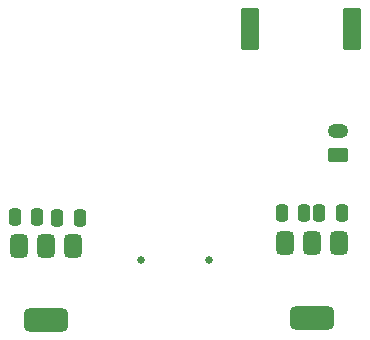
<source format=gbr>
%TF.GenerationSoftware,KiCad,Pcbnew,8.0.8-8.0.8-0~ubuntu24.04.1*%
%TF.CreationDate,2025-07-30T22:16:22-04:00*%
%TF.ProjectId,electronics,656c6563-7472-46f6-9e69-63732e6b6963,rev?*%
%TF.SameCoordinates,Original*%
%TF.FileFunction,Soldermask,Bot*%
%TF.FilePolarity,Negative*%
%FSLAX46Y46*%
G04 Gerber Fmt 4.6, Leading zero omitted, Abs format (unit mm)*
G04 Created by KiCad (PCBNEW 8.0.8-8.0.8-0~ubuntu24.04.1) date 2025-07-30 22:16:22*
%MOMM*%
%LPD*%
G01*
G04 APERTURE LIST*
G04 Aperture macros list*
%AMRoundRect*
0 Rectangle with rounded corners*
0 $1 Rounding radius*
0 $2 $3 $4 $5 $6 $7 $8 $9 X,Y pos of 4 corners*
0 Add a 4 corners polygon primitive as box body*
4,1,4,$2,$3,$4,$5,$6,$7,$8,$9,$2,$3,0*
0 Add four circle primitives for the rounded corners*
1,1,$1+$1,$2,$3*
1,1,$1+$1,$4,$5*
1,1,$1+$1,$6,$7*
1,1,$1+$1,$8,$9*
0 Add four rect primitives between the rounded corners*
20,1,$1+$1,$2,$3,$4,$5,0*
20,1,$1+$1,$4,$5,$6,$7,0*
20,1,$1+$1,$6,$7,$8,$9,0*
20,1,$1+$1,$8,$9,$2,$3,0*%
G04 Aperture macros list end*
%ADD10RoundRect,0.250000X0.250000X0.475000X-0.250000X0.475000X-0.250000X-0.475000X0.250000X-0.475000X0*%
%ADD11RoundRect,0.250000X-0.250000X-0.475000X0.250000X-0.475000X0.250000X0.475000X-0.250000X0.475000X0*%
%ADD12C,0.650000*%
%ADD13RoundRect,0.375000X-0.375000X0.625000X-0.375000X-0.625000X0.375000X-0.625000X0.375000X0.625000X0*%
%ADD14RoundRect,0.500000X-1.400000X0.500000X-1.400000X-0.500000X1.400000X-0.500000X1.400000X0.500000X0*%
%ADD15RoundRect,0.250000X0.625000X-0.350000X0.625000X0.350000X-0.625000X0.350000X-0.625000X-0.350000X0*%
%ADD16O,1.750000X1.200000*%
%ADD17RoundRect,0.102000X-0.650000X-1.700000X0.650000X-1.700000X0.650000X1.700000X-0.650000X1.700000X0*%
G04 APERTURE END LIST*
D10*
%TO.C,C7*%
X131320000Y-99460000D03*
X129420000Y-99460000D03*
%TD*%
%TO.C,C6*%
X134910000Y-99520000D03*
X133010000Y-99520000D03*
%TD*%
D11*
%TO.C,C2*%
X152050000Y-99100000D03*
X153950000Y-99100000D03*
%TD*%
D10*
%TO.C,C1*%
X157095000Y-99110000D03*
X155195000Y-99110000D03*
%TD*%
D12*
%TO.C,J1*%
X140080000Y-103095000D03*
X145860000Y-103095000D03*
%TD*%
D13*
%TO.C,U3*%
X152280000Y-101670000D03*
X154580000Y-101670000D03*
D14*
X154580000Y-107970000D03*
D13*
X156880000Y-101670000D03*
%TD*%
D15*
%TO.C,BT1*%
X156750000Y-94160000D03*
D16*
X156750000Y-92160000D03*
%TD*%
D17*
%TO.C,BZ1*%
X149310000Y-83530000D03*
X158010000Y-83530000D03*
%TD*%
D13*
%TO.C,U5*%
X129750000Y-101860000D03*
X132050000Y-101860000D03*
D14*
X132050000Y-108160000D03*
D13*
X134350000Y-101860000D03*
%TD*%
M02*

</source>
